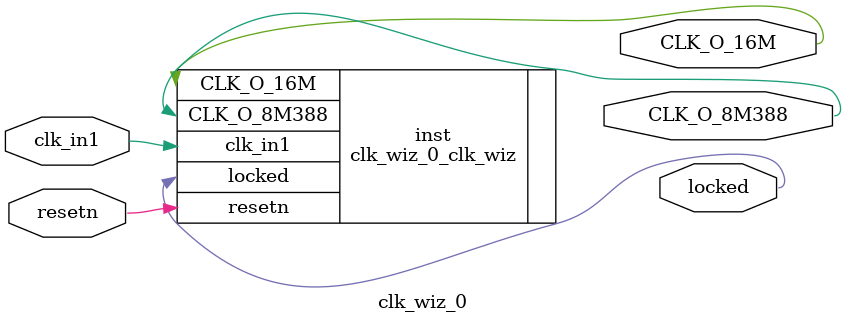
<source format=v>


`timescale 1ps/1ps

(* CORE_GENERATION_INFO = "clk_wiz_0,clk_wiz_v6_0_6_0_0,{component_name=clk_wiz_0,use_phase_alignment=true,use_min_o_jitter=false,use_max_i_jitter=false,use_dyn_phase_shift=false,use_inclk_switchover=false,use_dyn_reconfig=false,enable_axi=0,feedback_source=FDBK_AUTO,PRIMITIVE=MMCM,num_out_clk=2,clkin1_period=10.000,clkin2_period=10.000,use_power_down=false,use_reset=true,use_locked=true,use_inclk_stopped=false,feedback_type=SINGLE,CLOCK_MGR_TYPE=NA,manual_override=false}" *)

module clk_wiz_0 
 (
  // Clock out ports
  output        CLK_O_16M,
  output        CLK_O_8M388,
  // Status and control signals
  input         resetn,
  output        locked,
 // Clock in ports
  input         clk_in1
 );

  clk_wiz_0_clk_wiz inst
  (
  // Clock out ports  
  .CLK_O_16M(CLK_O_16M),
  .CLK_O_8M388(CLK_O_8M388),
  // Status and control signals               
  .resetn(resetn), 
  .locked(locked),
 // Clock in ports
  .clk_in1(clk_in1)
  );

endmodule

</source>
